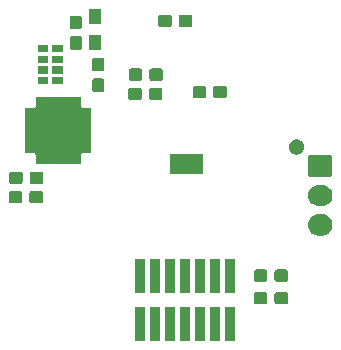
<source format=gbr>
G04 #@! TF.GenerationSoftware,KiCad,Pcbnew,(5.1.2)-2*
G04 #@! TF.CreationDate,2019-07-23T13:27:12-04:00*
G04 #@! TF.ProjectId,light_monitor,6c696768-745f-46d6-9f6e-69746f722e6b,R001*
G04 #@! TF.SameCoordinates,Original*
G04 #@! TF.FileFunction,Soldermask,Top*
G04 #@! TF.FilePolarity,Negative*
%FSLAX46Y46*%
G04 Gerber Fmt 4.6, Leading zero omitted, Abs format (unit mm)*
G04 Created by KiCad (PCBNEW (5.1.2)-2) date 2019-07-23 13:27:12*
%MOMM*%
%LPD*%
G04 APERTURE LIST*
%ADD10C,0.100000*%
G04 APERTURE END LIST*
D10*
G36*
X114975000Y-120216400D02*
G01*
X114133000Y-120216400D01*
X114133000Y-117324400D01*
X114975000Y-117324400D01*
X114975000Y-120216400D01*
X114975000Y-120216400D01*
G37*
G36*
X116245000Y-120216400D02*
G01*
X115403000Y-120216400D01*
X115403000Y-117324400D01*
X116245000Y-117324400D01*
X116245000Y-120216400D01*
X116245000Y-120216400D01*
G37*
G36*
X117515000Y-120216400D02*
G01*
X116673000Y-120216400D01*
X116673000Y-117324400D01*
X117515000Y-117324400D01*
X117515000Y-120216400D01*
X117515000Y-120216400D01*
G37*
G36*
X109895000Y-120216400D02*
G01*
X109053000Y-120216400D01*
X109053000Y-117324400D01*
X109895000Y-117324400D01*
X109895000Y-120216400D01*
X109895000Y-120216400D01*
G37*
G36*
X112435000Y-120216400D02*
G01*
X111593000Y-120216400D01*
X111593000Y-117324400D01*
X112435000Y-117324400D01*
X112435000Y-120216400D01*
X112435000Y-120216400D01*
G37*
G36*
X113705000Y-120216400D02*
G01*
X112863000Y-120216400D01*
X112863000Y-117324400D01*
X113705000Y-117324400D01*
X113705000Y-120216400D01*
X113705000Y-120216400D01*
G37*
G36*
X111165000Y-120216400D02*
G01*
X110323000Y-120216400D01*
X110323000Y-117324400D01*
X111165000Y-117324400D01*
X111165000Y-120216400D01*
X111165000Y-120216400D01*
G37*
G36*
X121812499Y-116064445D02*
G01*
X121849995Y-116075820D01*
X121884554Y-116094292D01*
X121914847Y-116119153D01*
X121939708Y-116149446D01*
X121958180Y-116184005D01*
X121969555Y-116221501D01*
X121974000Y-116266638D01*
X121974000Y-116905362D01*
X121969555Y-116950499D01*
X121958180Y-116987995D01*
X121939708Y-117022554D01*
X121914847Y-117052847D01*
X121884554Y-117077708D01*
X121849995Y-117096180D01*
X121812499Y-117107555D01*
X121767362Y-117112000D01*
X121028638Y-117112000D01*
X120983501Y-117107555D01*
X120946005Y-117096180D01*
X120911446Y-117077708D01*
X120881153Y-117052847D01*
X120856292Y-117022554D01*
X120837820Y-116987995D01*
X120826445Y-116950499D01*
X120822000Y-116905362D01*
X120822000Y-116266638D01*
X120826445Y-116221501D01*
X120837820Y-116184005D01*
X120856292Y-116149446D01*
X120881153Y-116119153D01*
X120911446Y-116094292D01*
X120946005Y-116075820D01*
X120983501Y-116064445D01*
X121028638Y-116060000D01*
X121767362Y-116060000D01*
X121812499Y-116064445D01*
X121812499Y-116064445D01*
G37*
G36*
X120062499Y-116064445D02*
G01*
X120099995Y-116075820D01*
X120134554Y-116094292D01*
X120164847Y-116119153D01*
X120189708Y-116149446D01*
X120208180Y-116184005D01*
X120219555Y-116221501D01*
X120224000Y-116266638D01*
X120224000Y-116905362D01*
X120219555Y-116950499D01*
X120208180Y-116987995D01*
X120189708Y-117022554D01*
X120164847Y-117052847D01*
X120134554Y-117077708D01*
X120099995Y-117096180D01*
X120062499Y-117107555D01*
X120017362Y-117112000D01*
X119278638Y-117112000D01*
X119233501Y-117107555D01*
X119196005Y-117096180D01*
X119161446Y-117077708D01*
X119131153Y-117052847D01*
X119106292Y-117022554D01*
X119087820Y-116987995D01*
X119076445Y-116950499D01*
X119072000Y-116905362D01*
X119072000Y-116266638D01*
X119076445Y-116221501D01*
X119087820Y-116184005D01*
X119106292Y-116149446D01*
X119131153Y-116119153D01*
X119161446Y-116094292D01*
X119196005Y-116075820D01*
X119233501Y-116064445D01*
X119278638Y-116060000D01*
X120017362Y-116060000D01*
X120062499Y-116064445D01*
X120062499Y-116064445D01*
G37*
G36*
X113705000Y-116152400D02*
G01*
X112863000Y-116152400D01*
X112863000Y-113260400D01*
X113705000Y-113260400D01*
X113705000Y-116152400D01*
X113705000Y-116152400D01*
G37*
G36*
X112435000Y-116152400D02*
G01*
X111593000Y-116152400D01*
X111593000Y-113260400D01*
X112435000Y-113260400D01*
X112435000Y-116152400D01*
X112435000Y-116152400D01*
G37*
G36*
X114975000Y-116152400D02*
G01*
X114133000Y-116152400D01*
X114133000Y-113260400D01*
X114975000Y-113260400D01*
X114975000Y-116152400D01*
X114975000Y-116152400D01*
G37*
G36*
X111165000Y-116152400D02*
G01*
X110323000Y-116152400D01*
X110323000Y-113260400D01*
X111165000Y-113260400D01*
X111165000Y-116152400D01*
X111165000Y-116152400D01*
G37*
G36*
X116245000Y-116152400D02*
G01*
X115403000Y-116152400D01*
X115403000Y-113260400D01*
X116245000Y-113260400D01*
X116245000Y-116152400D01*
X116245000Y-116152400D01*
G37*
G36*
X109895000Y-116152400D02*
G01*
X109053000Y-116152400D01*
X109053000Y-113260400D01*
X109895000Y-113260400D01*
X109895000Y-116152400D01*
X109895000Y-116152400D01*
G37*
G36*
X117515000Y-116152400D02*
G01*
X116673000Y-116152400D01*
X116673000Y-113260400D01*
X117515000Y-113260400D01*
X117515000Y-116152400D01*
X117515000Y-116152400D01*
G37*
G36*
X121812499Y-114159445D02*
G01*
X121849995Y-114170820D01*
X121884554Y-114189292D01*
X121914847Y-114214153D01*
X121939708Y-114244446D01*
X121958180Y-114279005D01*
X121969555Y-114316501D01*
X121974000Y-114361638D01*
X121974000Y-115000362D01*
X121969555Y-115045499D01*
X121958180Y-115082995D01*
X121939708Y-115117554D01*
X121914847Y-115147847D01*
X121884554Y-115172708D01*
X121849995Y-115191180D01*
X121812499Y-115202555D01*
X121767362Y-115207000D01*
X121028638Y-115207000D01*
X120983501Y-115202555D01*
X120946005Y-115191180D01*
X120911446Y-115172708D01*
X120881153Y-115147847D01*
X120856292Y-115117554D01*
X120837820Y-115082995D01*
X120826445Y-115045499D01*
X120822000Y-115000362D01*
X120822000Y-114361638D01*
X120826445Y-114316501D01*
X120837820Y-114279005D01*
X120856292Y-114244446D01*
X120881153Y-114214153D01*
X120911446Y-114189292D01*
X120946005Y-114170820D01*
X120983501Y-114159445D01*
X121028638Y-114155000D01*
X121767362Y-114155000D01*
X121812499Y-114159445D01*
X121812499Y-114159445D01*
G37*
G36*
X120062499Y-114159445D02*
G01*
X120099995Y-114170820D01*
X120134554Y-114189292D01*
X120164847Y-114214153D01*
X120189708Y-114244446D01*
X120208180Y-114279005D01*
X120219555Y-114316501D01*
X120224000Y-114361638D01*
X120224000Y-115000362D01*
X120219555Y-115045499D01*
X120208180Y-115082995D01*
X120189708Y-115117554D01*
X120164847Y-115147847D01*
X120134554Y-115172708D01*
X120099995Y-115191180D01*
X120062499Y-115202555D01*
X120017362Y-115207000D01*
X119278638Y-115207000D01*
X119233501Y-115202555D01*
X119196005Y-115191180D01*
X119161446Y-115172708D01*
X119131153Y-115147847D01*
X119106292Y-115117554D01*
X119087820Y-115082995D01*
X119076445Y-115045499D01*
X119072000Y-115000362D01*
X119072000Y-114361638D01*
X119076445Y-114316501D01*
X119087820Y-114279005D01*
X119106292Y-114244446D01*
X119131153Y-114214153D01*
X119161446Y-114189292D01*
X119196005Y-114170820D01*
X119233501Y-114159445D01*
X119278638Y-114155000D01*
X120017362Y-114155000D01*
X120062499Y-114159445D01*
X120062499Y-114159445D01*
G37*
G36*
X124926583Y-109492019D02*
G01*
X124992767Y-109498537D01*
X125162606Y-109550057D01*
X125319131Y-109633722D01*
X125354869Y-109663052D01*
X125456326Y-109746314D01*
X125539588Y-109847771D01*
X125568918Y-109883509D01*
X125652583Y-110040034D01*
X125704103Y-110209873D01*
X125721499Y-110386500D01*
X125704103Y-110563127D01*
X125652583Y-110732966D01*
X125568918Y-110889491D01*
X125539588Y-110925229D01*
X125456326Y-111026686D01*
X125354869Y-111109948D01*
X125319131Y-111139278D01*
X125162606Y-111222943D01*
X124992767Y-111274463D01*
X124926583Y-111280981D01*
X124860400Y-111287500D01*
X124521880Y-111287500D01*
X124455697Y-111280981D01*
X124389513Y-111274463D01*
X124219674Y-111222943D01*
X124063149Y-111139278D01*
X124027411Y-111109948D01*
X123925954Y-111026686D01*
X123842692Y-110925229D01*
X123813362Y-110889491D01*
X123729697Y-110732966D01*
X123678177Y-110563127D01*
X123660781Y-110386500D01*
X123678177Y-110209873D01*
X123729697Y-110040034D01*
X123813362Y-109883509D01*
X123842692Y-109847771D01*
X123925954Y-109746314D01*
X124027411Y-109663052D01*
X124063149Y-109633722D01*
X124219674Y-109550057D01*
X124389513Y-109498537D01*
X124455697Y-109492019D01*
X124521880Y-109485500D01*
X124860400Y-109485500D01*
X124926583Y-109492019D01*
X124926583Y-109492019D01*
G37*
G36*
X124926583Y-106992019D02*
G01*
X124992767Y-106998537D01*
X125162606Y-107050057D01*
X125319131Y-107133722D01*
X125354869Y-107163052D01*
X125456326Y-107246314D01*
X125539588Y-107347771D01*
X125568918Y-107383509D01*
X125652583Y-107540034D01*
X125704103Y-107709873D01*
X125721499Y-107886500D01*
X125704103Y-108063127D01*
X125652583Y-108232966D01*
X125568918Y-108389491D01*
X125539588Y-108425229D01*
X125456326Y-108526686D01*
X125354869Y-108609948D01*
X125319131Y-108639278D01*
X125162606Y-108722943D01*
X124992767Y-108774463D01*
X124926583Y-108780981D01*
X124860400Y-108787500D01*
X124521880Y-108787500D01*
X124455697Y-108780981D01*
X124389513Y-108774463D01*
X124219674Y-108722943D01*
X124063149Y-108639278D01*
X124027411Y-108609948D01*
X123925954Y-108526686D01*
X123842692Y-108425229D01*
X123813362Y-108389491D01*
X123729697Y-108232966D01*
X123678177Y-108063127D01*
X123660781Y-107886500D01*
X123678177Y-107709873D01*
X123729697Y-107540034D01*
X123813362Y-107383509D01*
X123842692Y-107347771D01*
X123925954Y-107246314D01*
X124027411Y-107163052D01*
X124063149Y-107133722D01*
X124219674Y-107050057D01*
X124389513Y-106998537D01*
X124455697Y-106992019D01*
X124521880Y-106985500D01*
X124860400Y-106985500D01*
X124926583Y-106992019D01*
X124926583Y-106992019D01*
G37*
G36*
X101060699Y-107504645D02*
G01*
X101098195Y-107516020D01*
X101132754Y-107534492D01*
X101163047Y-107559353D01*
X101187908Y-107589646D01*
X101206380Y-107624205D01*
X101217755Y-107661701D01*
X101222200Y-107706838D01*
X101222200Y-108345562D01*
X101217755Y-108390699D01*
X101206380Y-108428195D01*
X101187908Y-108462754D01*
X101163047Y-108493047D01*
X101132754Y-108517908D01*
X101098195Y-108536380D01*
X101060699Y-108547755D01*
X101015562Y-108552200D01*
X100276838Y-108552200D01*
X100231701Y-108547755D01*
X100194205Y-108536380D01*
X100159646Y-108517908D01*
X100129353Y-108493047D01*
X100104492Y-108462754D01*
X100086020Y-108428195D01*
X100074645Y-108390699D01*
X100070200Y-108345562D01*
X100070200Y-107706838D01*
X100074645Y-107661701D01*
X100086020Y-107624205D01*
X100104492Y-107589646D01*
X100129353Y-107559353D01*
X100159646Y-107534492D01*
X100194205Y-107516020D01*
X100231701Y-107504645D01*
X100276838Y-107500200D01*
X101015562Y-107500200D01*
X101060699Y-107504645D01*
X101060699Y-107504645D01*
G37*
G36*
X99310699Y-107504645D02*
G01*
X99348195Y-107516020D01*
X99382754Y-107534492D01*
X99413047Y-107559353D01*
X99437908Y-107589646D01*
X99456380Y-107624205D01*
X99467755Y-107661701D01*
X99472200Y-107706838D01*
X99472200Y-108345562D01*
X99467755Y-108390699D01*
X99456380Y-108428195D01*
X99437908Y-108462754D01*
X99413047Y-108493047D01*
X99382754Y-108517908D01*
X99348195Y-108536380D01*
X99310699Y-108547755D01*
X99265562Y-108552200D01*
X98526838Y-108552200D01*
X98481701Y-108547755D01*
X98444205Y-108536380D01*
X98409646Y-108517908D01*
X98379353Y-108493047D01*
X98354492Y-108462754D01*
X98336020Y-108428195D01*
X98324645Y-108390699D01*
X98320200Y-108345562D01*
X98320200Y-107706838D01*
X98324645Y-107661701D01*
X98336020Y-107624205D01*
X98354492Y-107589646D01*
X98379353Y-107559353D01*
X98409646Y-107534492D01*
X98444205Y-107516020D01*
X98481701Y-107504645D01*
X98526838Y-107500200D01*
X99265562Y-107500200D01*
X99310699Y-107504645D01*
X99310699Y-107504645D01*
G37*
G36*
X99336099Y-105866345D02*
G01*
X99373595Y-105877720D01*
X99408154Y-105896192D01*
X99438447Y-105921053D01*
X99463308Y-105951346D01*
X99481780Y-105985905D01*
X99493155Y-106023401D01*
X99497600Y-106068538D01*
X99497600Y-106707262D01*
X99493155Y-106752399D01*
X99481780Y-106789895D01*
X99463308Y-106824454D01*
X99438447Y-106854747D01*
X99408154Y-106879608D01*
X99373595Y-106898080D01*
X99336099Y-106909455D01*
X99290962Y-106913900D01*
X98552238Y-106913900D01*
X98507101Y-106909455D01*
X98469605Y-106898080D01*
X98435046Y-106879608D01*
X98404753Y-106854747D01*
X98379892Y-106824454D01*
X98361420Y-106789895D01*
X98350045Y-106752399D01*
X98345600Y-106707262D01*
X98345600Y-106068538D01*
X98350045Y-106023401D01*
X98361420Y-105985905D01*
X98379892Y-105951346D01*
X98404753Y-105921053D01*
X98435046Y-105896192D01*
X98469605Y-105877720D01*
X98507101Y-105866345D01*
X98552238Y-105861900D01*
X99290962Y-105861900D01*
X99336099Y-105866345D01*
X99336099Y-105866345D01*
G37*
G36*
X101086099Y-105866345D02*
G01*
X101123595Y-105877720D01*
X101158154Y-105896192D01*
X101188447Y-105921053D01*
X101213308Y-105951346D01*
X101231780Y-105985905D01*
X101243155Y-106023401D01*
X101247600Y-106068538D01*
X101247600Y-106707262D01*
X101243155Y-106752399D01*
X101231780Y-106789895D01*
X101213308Y-106824454D01*
X101188447Y-106854747D01*
X101158154Y-106879608D01*
X101123595Y-106898080D01*
X101086099Y-106909455D01*
X101040962Y-106913900D01*
X100302238Y-106913900D01*
X100257101Y-106909455D01*
X100219605Y-106898080D01*
X100185046Y-106879608D01*
X100154753Y-106854747D01*
X100129892Y-106824454D01*
X100111420Y-106789895D01*
X100100045Y-106752399D01*
X100095600Y-106707262D01*
X100095600Y-106068538D01*
X100100045Y-106023401D01*
X100111420Y-105985905D01*
X100129892Y-105951346D01*
X100154753Y-105921053D01*
X100185046Y-105896192D01*
X100219605Y-105877720D01*
X100257101Y-105866345D01*
X100302238Y-105861900D01*
X101040962Y-105861900D01*
X101086099Y-105866345D01*
X101086099Y-105866345D01*
G37*
G36*
X125574740Y-104489489D02*
G01*
X125607792Y-104499515D01*
X125638243Y-104515792D01*
X125664939Y-104537701D01*
X125686848Y-104564397D01*
X125703125Y-104594848D01*
X125713151Y-104627900D01*
X125717140Y-104668403D01*
X125717140Y-106104597D01*
X125713151Y-106145100D01*
X125703125Y-106178152D01*
X125686848Y-106208603D01*
X125664939Y-106235299D01*
X125638243Y-106257208D01*
X125607792Y-106273485D01*
X125574740Y-106283511D01*
X125534237Y-106287500D01*
X123848043Y-106287500D01*
X123807540Y-106283511D01*
X123774488Y-106273485D01*
X123744037Y-106257208D01*
X123717341Y-106235299D01*
X123695432Y-106208603D01*
X123679155Y-106178152D01*
X123669129Y-106145100D01*
X123665140Y-106104597D01*
X123665140Y-104668403D01*
X123669129Y-104627900D01*
X123679155Y-104594848D01*
X123695432Y-104564397D01*
X123717341Y-104537701D01*
X123744037Y-104515792D01*
X123774488Y-104499515D01*
X123807540Y-104489489D01*
X123848043Y-104485500D01*
X125534237Y-104485500D01*
X125574740Y-104489489D01*
X125574740Y-104489489D01*
G37*
G36*
X114761200Y-106108200D02*
G01*
X111959200Y-106108200D01*
X111959200Y-104356200D01*
X114761200Y-104356200D01*
X114761200Y-106108200D01*
X114761200Y-106108200D01*
G37*
G36*
X104440400Y-100336401D02*
G01*
X104442802Y-100360787D01*
X104449915Y-100384236D01*
X104461466Y-100405847D01*
X104477011Y-100424789D01*
X104495953Y-100440334D01*
X104517564Y-100451885D01*
X104541013Y-100458998D01*
X104565399Y-100461400D01*
X105315400Y-100461400D01*
X105315400Y-104313400D01*
X104565399Y-104313400D01*
X104541013Y-104315802D01*
X104517564Y-104322915D01*
X104495953Y-104334466D01*
X104477011Y-104350011D01*
X104461466Y-104368953D01*
X104449915Y-104390564D01*
X104442802Y-104414013D01*
X104440400Y-104438399D01*
X104440400Y-105188400D01*
X100588400Y-105188400D01*
X100588400Y-104438399D01*
X100585998Y-104414013D01*
X100578885Y-104390564D01*
X100567334Y-104368953D01*
X100551789Y-104350011D01*
X100532847Y-104334466D01*
X100511236Y-104322915D01*
X100487787Y-104315802D01*
X100463401Y-104313400D01*
X99713400Y-104313400D01*
X99713400Y-100461400D01*
X100463401Y-100461400D01*
X100487787Y-100458998D01*
X100511236Y-100451885D01*
X100532847Y-100440334D01*
X100551789Y-100424789D01*
X100567334Y-100405847D01*
X100578885Y-100384236D01*
X100585998Y-100360787D01*
X100588400Y-100336401D01*
X100588400Y-99586400D01*
X104440400Y-99586400D01*
X104440400Y-100336401D01*
X104440400Y-100336401D01*
G37*
G36*
X122881030Y-103160517D02*
G01*
X122999504Y-103209591D01*
X123106128Y-103280835D01*
X123196805Y-103371512D01*
X123268049Y-103478136D01*
X123317123Y-103596610D01*
X123342140Y-103722382D01*
X123342140Y-103850618D01*
X123317123Y-103976390D01*
X123268049Y-104094864D01*
X123196805Y-104201488D01*
X123106128Y-104292165D01*
X122999504Y-104363409D01*
X122999503Y-104363410D01*
X122999502Y-104363410D01*
X122881030Y-104412483D01*
X122755259Y-104437500D01*
X122627021Y-104437500D01*
X122501250Y-104412483D01*
X122382778Y-104363410D01*
X122382777Y-104363410D01*
X122382776Y-104363409D01*
X122276152Y-104292165D01*
X122185475Y-104201488D01*
X122114231Y-104094864D01*
X122065157Y-103976390D01*
X122040140Y-103850618D01*
X122040140Y-103722382D01*
X122065157Y-103596610D01*
X122114231Y-103478136D01*
X122185475Y-103371512D01*
X122276152Y-103280835D01*
X122382776Y-103209591D01*
X122501250Y-103160517D01*
X122627021Y-103135500D01*
X122755259Y-103135500D01*
X122881030Y-103160517D01*
X122881030Y-103160517D01*
G37*
G36*
X109424979Y-98756885D02*
G01*
X109462475Y-98768260D01*
X109497034Y-98786732D01*
X109527327Y-98811593D01*
X109552188Y-98841886D01*
X109570660Y-98876445D01*
X109582035Y-98913941D01*
X109586480Y-98959078D01*
X109586480Y-99597802D01*
X109582035Y-99642939D01*
X109570660Y-99680435D01*
X109552188Y-99714994D01*
X109527327Y-99745287D01*
X109497034Y-99770148D01*
X109462475Y-99788620D01*
X109424979Y-99799995D01*
X109379842Y-99804440D01*
X108641118Y-99804440D01*
X108595981Y-99799995D01*
X108558485Y-99788620D01*
X108523926Y-99770148D01*
X108493633Y-99745287D01*
X108468772Y-99714994D01*
X108450300Y-99680435D01*
X108438925Y-99642939D01*
X108434480Y-99597802D01*
X108434480Y-98959078D01*
X108438925Y-98913941D01*
X108450300Y-98876445D01*
X108468772Y-98841886D01*
X108493633Y-98811593D01*
X108523926Y-98786732D01*
X108558485Y-98768260D01*
X108595981Y-98756885D01*
X108641118Y-98752440D01*
X109379842Y-98752440D01*
X109424979Y-98756885D01*
X109424979Y-98756885D01*
G37*
G36*
X111174979Y-98756885D02*
G01*
X111212475Y-98768260D01*
X111247034Y-98786732D01*
X111277327Y-98811593D01*
X111302188Y-98841886D01*
X111320660Y-98876445D01*
X111332035Y-98913941D01*
X111336480Y-98959078D01*
X111336480Y-99597802D01*
X111332035Y-99642939D01*
X111320660Y-99680435D01*
X111302188Y-99714994D01*
X111277327Y-99745287D01*
X111247034Y-99770148D01*
X111212475Y-99788620D01*
X111174979Y-99799995D01*
X111129842Y-99804440D01*
X110391118Y-99804440D01*
X110345981Y-99799995D01*
X110308485Y-99788620D01*
X110273926Y-99770148D01*
X110243633Y-99745287D01*
X110218772Y-99714994D01*
X110200300Y-99680435D01*
X110188925Y-99642939D01*
X110184480Y-99597802D01*
X110184480Y-98959078D01*
X110188925Y-98913941D01*
X110200300Y-98876445D01*
X110218772Y-98841886D01*
X110243633Y-98811593D01*
X110273926Y-98786732D01*
X110308485Y-98768260D01*
X110345981Y-98756885D01*
X110391118Y-98752440D01*
X111129842Y-98752440D01*
X111174979Y-98756885D01*
X111174979Y-98756885D01*
G37*
G36*
X116630899Y-98627345D02*
G01*
X116668395Y-98638720D01*
X116702954Y-98657192D01*
X116733247Y-98682053D01*
X116758108Y-98712346D01*
X116776580Y-98746905D01*
X116787955Y-98784401D01*
X116792400Y-98829538D01*
X116792400Y-99468262D01*
X116787955Y-99513399D01*
X116776580Y-99550895D01*
X116758108Y-99585454D01*
X116733247Y-99615747D01*
X116702954Y-99640608D01*
X116668395Y-99659080D01*
X116630899Y-99670455D01*
X116585762Y-99674900D01*
X115847038Y-99674900D01*
X115801901Y-99670455D01*
X115764405Y-99659080D01*
X115729846Y-99640608D01*
X115699553Y-99615747D01*
X115674692Y-99585454D01*
X115656220Y-99550895D01*
X115644845Y-99513399D01*
X115640400Y-99468262D01*
X115640400Y-98829538D01*
X115644845Y-98784401D01*
X115656220Y-98746905D01*
X115674692Y-98712346D01*
X115699553Y-98682053D01*
X115729846Y-98657192D01*
X115764405Y-98638720D01*
X115801901Y-98627345D01*
X115847038Y-98622900D01*
X116585762Y-98622900D01*
X116630899Y-98627345D01*
X116630899Y-98627345D01*
G37*
G36*
X114880899Y-98627345D02*
G01*
X114918395Y-98638720D01*
X114952954Y-98657192D01*
X114983247Y-98682053D01*
X115008108Y-98712346D01*
X115026580Y-98746905D01*
X115037955Y-98784401D01*
X115042400Y-98829538D01*
X115042400Y-99468262D01*
X115037955Y-99513399D01*
X115026580Y-99550895D01*
X115008108Y-99585454D01*
X114983247Y-99615747D01*
X114952954Y-99640608D01*
X114918395Y-99659080D01*
X114880899Y-99670455D01*
X114835762Y-99674900D01*
X114097038Y-99674900D01*
X114051901Y-99670455D01*
X114014405Y-99659080D01*
X113979846Y-99640608D01*
X113949553Y-99615747D01*
X113924692Y-99585454D01*
X113906220Y-99550895D01*
X113894845Y-99513399D01*
X113890400Y-99468262D01*
X113890400Y-98829538D01*
X113894845Y-98784401D01*
X113906220Y-98746905D01*
X113924692Y-98712346D01*
X113949553Y-98682053D01*
X113979846Y-98657192D01*
X114014405Y-98638720D01*
X114051901Y-98627345D01*
X114097038Y-98622900D01*
X114835762Y-98622900D01*
X114880899Y-98627345D01*
X114880899Y-98627345D01*
G37*
G36*
X106262179Y-97986765D02*
G01*
X106299675Y-97998140D01*
X106334234Y-98016612D01*
X106364527Y-98041473D01*
X106389388Y-98071766D01*
X106407860Y-98106325D01*
X106419235Y-98143821D01*
X106423680Y-98188958D01*
X106423680Y-98927682D01*
X106419235Y-98972819D01*
X106407860Y-99010315D01*
X106389388Y-99044874D01*
X106364527Y-99075167D01*
X106334234Y-99100028D01*
X106299675Y-99118500D01*
X106262179Y-99129875D01*
X106217042Y-99134320D01*
X105578318Y-99134320D01*
X105533181Y-99129875D01*
X105495685Y-99118500D01*
X105461126Y-99100028D01*
X105430833Y-99075167D01*
X105405972Y-99044874D01*
X105387500Y-99010315D01*
X105376125Y-98972819D01*
X105371680Y-98927682D01*
X105371680Y-98188958D01*
X105376125Y-98143821D01*
X105387500Y-98106325D01*
X105405972Y-98071766D01*
X105430833Y-98041473D01*
X105461126Y-98016612D01*
X105495685Y-97998140D01*
X105533181Y-97986765D01*
X105578318Y-97982320D01*
X106217042Y-97982320D01*
X106262179Y-97986765D01*
X106262179Y-97986765D01*
G37*
G36*
X101684680Y-98465640D02*
G01*
X100782680Y-98465640D01*
X100782680Y-97863640D01*
X101684680Y-97863640D01*
X101684680Y-98465640D01*
X101684680Y-98465640D01*
G37*
G36*
X102884680Y-98465640D02*
G01*
X101982680Y-98465640D01*
X101982680Y-97863640D01*
X102884680Y-97863640D01*
X102884680Y-98465640D01*
X102884680Y-98465640D01*
G37*
G36*
X109470699Y-97141445D02*
G01*
X109508195Y-97152820D01*
X109542754Y-97171292D01*
X109573047Y-97196153D01*
X109597908Y-97226446D01*
X109616380Y-97261005D01*
X109627755Y-97298501D01*
X109632200Y-97343638D01*
X109632200Y-97982362D01*
X109627755Y-98027499D01*
X109616380Y-98064995D01*
X109597908Y-98099554D01*
X109573047Y-98129847D01*
X109542754Y-98154708D01*
X109508195Y-98173180D01*
X109470699Y-98184555D01*
X109425562Y-98189000D01*
X108686838Y-98189000D01*
X108641701Y-98184555D01*
X108604205Y-98173180D01*
X108569646Y-98154708D01*
X108539353Y-98129847D01*
X108514492Y-98099554D01*
X108496020Y-98064995D01*
X108484645Y-98027499D01*
X108480200Y-97982362D01*
X108480200Y-97343638D01*
X108484645Y-97298501D01*
X108496020Y-97261005D01*
X108514492Y-97226446D01*
X108539353Y-97196153D01*
X108569646Y-97171292D01*
X108604205Y-97152820D01*
X108641701Y-97141445D01*
X108686838Y-97137000D01*
X109425562Y-97137000D01*
X109470699Y-97141445D01*
X109470699Y-97141445D01*
G37*
G36*
X111220699Y-97141445D02*
G01*
X111258195Y-97152820D01*
X111292754Y-97171292D01*
X111323047Y-97196153D01*
X111347908Y-97226446D01*
X111366380Y-97261005D01*
X111377755Y-97298501D01*
X111382200Y-97343638D01*
X111382200Y-97982362D01*
X111377755Y-98027499D01*
X111366380Y-98064995D01*
X111347908Y-98099554D01*
X111323047Y-98129847D01*
X111292754Y-98154708D01*
X111258195Y-98173180D01*
X111220699Y-98184555D01*
X111175562Y-98189000D01*
X110436838Y-98189000D01*
X110391701Y-98184555D01*
X110354205Y-98173180D01*
X110319646Y-98154708D01*
X110289353Y-98129847D01*
X110264492Y-98099554D01*
X110246020Y-98064995D01*
X110234645Y-98027499D01*
X110230200Y-97982362D01*
X110230200Y-97343638D01*
X110234645Y-97298501D01*
X110246020Y-97261005D01*
X110264492Y-97226446D01*
X110289353Y-97196153D01*
X110319646Y-97171292D01*
X110354205Y-97152820D01*
X110391701Y-97141445D01*
X110436838Y-97137000D01*
X111175562Y-97137000D01*
X111220699Y-97141445D01*
X111220699Y-97141445D01*
G37*
G36*
X101684680Y-97565640D02*
G01*
X100782680Y-97565640D01*
X100782680Y-96963640D01*
X101684680Y-96963640D01*
X101684680Y-97565640D01*
X101684680Y-97565640D01*
G37*
G36*
X102884680Y-97565640D02*
G01*
X101982680Y-97565640D01*
X101982680Y-96963640D01*
X102884680Y-96963640D01*
X102884680Y-97565640D01*
X102884680Y-97565640D01*
G37*
G36*
X106262179Y-96236765D02*
G01*
X106299675Y-96248140D01*
X106334234Y-96266612D01*
X106364527Y-96291473D01*
X106389388Y-96321766D01*
X106407860Y-96356325D01*
X106419235Y-96393821D01*
X106423680Y-96438958D01*
X106423680Y-97177682D01*
X106419235Y-97222819D01*
X106407860Y-97260315D01*
X106389388Y-97294874D01*
X106364527Y-97325167D01*
X106334234Y-97350028D01*
X106299675Y-97368500D01*
X106262179Y-97379875D01*
X106217042Y-97384320D01*
X105578318Y-97384320D01*
X105533181Y-97379875D01*
X105495685Y-97368500D01*
X105461126Y-97350028D01*
X105430833Y-97325167D01*
X105405972Y-97294874D01*
X105387500Y-97260315D01*
X105376125Y-97222819D01*
X105371680Y-97177682D01*
X105371680Y-96438958D01*
X105376125Y-96393821D01*
X105387500Y-96356325D01*
X105405972Y-96321766D01*
X105430833Y-96291473D01*
X105461126Y-96266612D01*
X105495685Y-96248140D01*
X105533181Y-96236765D01*
X105578318Y-96232320D01*
X106217042Y-96232320D01*
X106262179Y-96236765D01*
X106262179Y-96236765D01*
G37*
G36*
X102884680Y-96665640D02*
G01*
X101982680Y-96665640D01*
X101982680Y-96063640D01*
X102884680Y-96063640D01*
X102884680Y-96665640D01*
X102884680Y-96665640D01*
G37*
G36*
X101684680Y-96665640D02*
G01*
X100782680Y-96665640D01*
X100782680Y-96063640D01*
X101684680Y-96063640D01*
X101684680Y-96665640D01*
X101684680Y-96665640D01*
G37*
G36*
X102884680Y-95765640D02*
G01*
X101982680Y-95765640D01*
X101982680Y-95163640D01*
X102884680Y-95163640D01*
X102884680Y-95765640D01*
X102884680Y-95765640D01*
G37*
G36*
X101684680Y-95765640D02*
G01*
X100782680Y-95765640D01*
X100782680Y-95163640D01*
X101684680Y-95163640D01*
X101684680Y-95765640D01*
X101684680Y-95765640D01*
G37*
G36*
X106124360Y-95586400D02*
G01*
X105122360Y-95586400D01*
X105122360Y-94284400D01*
X106124360Y-94284400D01*
X106124360Y-95586400D01*
X106124360Y-95586400D01*
G37*
G36*
X104377499Y-94410445D02*
G01*
X104414995Y-94421820D01*
X104449554Y-94440292D01*
X104479847Y-94465153D01*
X104504708Y-94495446D01*
X104523180Y-94530005D01*
X104534555Y-94567501D01*
X104539000Y-94612638D01*
X104539000Y-95351362D01*
X104534555Y-95396499D01*
X104523180Y-95433995D01*
X104504708Y-95468554D01*
X104479847Y-95498847D01*
X104449554Y-95523708D01*
X104414995Y-95542180D01*
X104377499Y-95553555D01*
X104332362Y-95558000D01*
X103693638Y-95558000D01*
X103648501Y-95553555D01*
X103611005Y-95542180D01*
X103576446Y-95523708D01*
X103546153Y-95498847D01*
X103521292Y-95468554D01*
X103502820Y-95433995D01*
X103491445Y-95396499D01*
X103487000Y-95351362D01*
X103487000Y-94612638D01*
X103491445Y-94567501D01*
X103502820Y-94530005D01*
X103521292Y-94495446D01*
X103546153Y-94465153D01*
X103576446Y-94440292D01*
X103611005Y-94421820D01*
X103648501Y-94410445D01*
X103693638Y-94406000D01*
X104332362Y-94406000D01*
X104377499Y-94410445D01*
X104377499Y-94410445D01*
G37*
G36*
X104377499Y-92660445D02*
G01*
X104414995Y-92671820D01*
X104449554Y-92690292D01*
X104479847Y-92715153D01*
X104504708Y-92745446D01*
X104523180Y-92780005D01*
X104534555Y-92817501D01*
X104539000Y-92862638D01*
X104539000Y-93601362D01*
X104534555Y-93646499D01*
X104523180Y-93683995D01*
X104504708Y-93718554D01*
X104479847Y-93748847D01*
X104449554Y-93773708D01*
X104414995Y-93792180D01*
X104377499Y-93803555D01*
X104332362Y-93808000D01*
X103693638Y-93808000D01*
X103648501Y-93803555D01*
X103611005Y-93792180D01*
X103576446Y-93773708D01*
X103546153Y-93748847D01*
X103521292Y-93718554D01*
X103502820Y-93683995D01*
X103491445Y-93646499D01*
X103487000Y-93601362D01*
X103487000Y-92862638D01*
X103491445Y-92817501D01*
X103502820Y-92780005D01*
X103521292Y-92745446D01*
X103546153Y-92715153D01*
X103576446Y-92690292D01*
X103611005Y-92671820D01*
X103648501Y-92660445D01*
X103693638Y-92656000D01*
X104332362Y-92656000D01*
X104377499Y-92660445D01*
X104377499Y-92660445D01*
G37*
G36*
X113709899Y-92582145D02*
G01*
X113747395Y-92593520D01*
X113781954Y-92611992D01*
X113812247Y-92636853D01*
X113837108Y-92667146D01*
X113855580Y-92701705D01*
X113866955Y-92739201D01*
X113871400Y-92784338D01*
X113871400Y-93423062D01*
X113866955Y-93468199D01*
X113855580Y-93505695D01*
X113837108Y-93540254D01*
X113812247Y-93570547D01*
X113781954Y-93595408D01*
X113747395Y-93613880D01*
X113709899Y-93625255D01*
X113664762Y-93629700D01*
X112926038Y-93629700D01*
X112880901Y-93625255D01*
X112843405Y-93613880D01*
X112808846Y-93595408D01*
X112778553Y-93570547D01*
X112753692Y-93540254D01*
X112735220Y-93505695D01*
X112723845Y-93468199D01*
X112719400Y-93423062D01*
X112719400Y-92784338D01*
X112723845Y-92739201D01*
X112735220Y-92701705D01*
X112753692Y-92667146D01*
X112778553Y-92636853D01*
X112808846Y-92611992D01*
X112843405Y-92593520D01*
X112880901Y-92582145D01*
X112926038Y-92577700D01*
X113664762Y-92577700D01*
X113709899Y-92582145D01*
X113709899Y-92582145D01*
G37*
G36*
X111959899Y-92582145D02*
G01*
X111997395Y-92593520D01*
X112031954Y-92611992D01*
X112062247Y-92636853D01*
X112087108Y-92667146D01*
X112105580Y-92701705D01*
X112116955Y-92739201D01*
X112121400Y-92784338D01*
X112121400Y-93423062D01*
X112116955Y-93468199D01*
X112105580Y-93505695D01*
X112087108Y-93540254D01*
X112062247Y-93570547D01*
X112031954Y-93595408D01*
X111997395Y-93613880D01*
X111959899Y-93625255D01*
X111914762Y-93629700D01*
X111176038Y-93629700D01*
X111130901Y-93625255D01*
X111093405Y-93613880D01*
X111058846Y-93595408D01*
X111028553Y-93570547D01*
X111003692Y-93540254D01*
X110985220Y-93505695D01*
X110973845Y-93468199D01*
X110969400Y-93423062D01*
X110969400Y-92784338D01*
X110973845Y-92739201D01*
X110985220Y-92701705D01*
X111003692Y-92667146D01*
X111028553Y-92636853D01*
X111058846Y-92611992D01*
X111093405Y-92593520D01*
X111130901Y-92582145D01*
X111176038Y-92577700D01*
X111914762Y-92577700D01*
X111959899Y-92582145D01*
X111959899Y-92582145D01*
G37*
G36*
X106124360Y-93386400D02*
G01*
X105122360Y-93386400D01*
X105122360Y-92084400D01*
X106124360Y-92084400D01*
X106124360Y-93386400D01*
X106124360Y-93386400D01*
G37*
M02*

</source>
